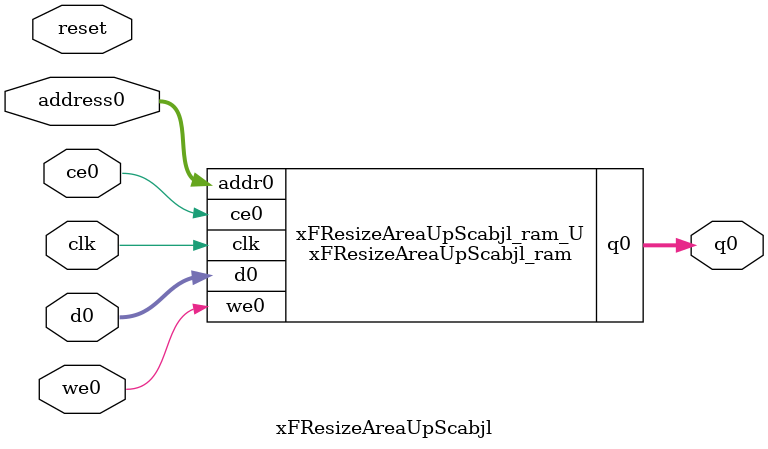
<source format=v>
`timescale 1 ns / 1 ps
module xFResizeAreaUpScabjl_ram (addr0, ce0, d0, we0, q0,  clk);

parameter DWIDTH = 32;
parameter AWIDTH = 11;
parameter MEM_SIZE = 1280;

input[AWIDTH-1:0] addr0;
input ce0;
input[DWIDTH-1:0] d0;
input we0;
output reg[DWIDTH-1:0] q0;
input clk;

(* ram_style = "block" *)reg [DWIDTH-1:0] ram[0:MEM_SIZE-1];




always @(posedge clk)  
begin 
    if (ce0) begin
        if (we0) 
            ram[addr0] <= d0; 
        q0 <= ram[addr0];
    end
end


endmodule

`timescale 1 ns / 1 ps
module xFResizeAreaUpScabjl(
    reset,
    clk,
    address0,
    ce0,
    we0,
    d0,
    q0);

parameter DataWidth = 32'd32;
parameter AddressRange = 32'd1280;
parameter AddressWidth = 32'd11;
input reset;
input clk;
input[AddressWidth - 1:0] address0;
input ce0;
input we0;
input[DataWidth - 1:0] d0;
output[DataWidth - 1:0] q0;



xFResizeAreaUpScabjl_ram xFResizeAreaUpScabjl_ram_U(
    .clk( clk ),
    .addr0( address0 ),
    .ce0( ce0 ),
    .we0( we0 ),
    .d0( d0 ),
    .q0( q0 ));

endmodule


</source>
